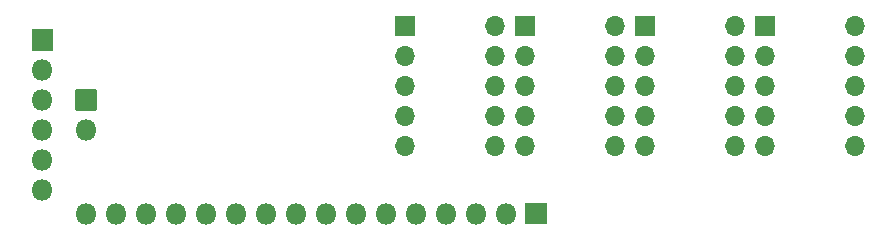
<source format=gbr>
%TF.GenerationSoftware,KiCad,Pcbnew,5.1.9-73d0e3b20d~88~ubuntu20.04.1*%
%TF.CreationDate,2021-03-07T16:47:50-05:00*%
%TF.ProjectId,hexdisplay16,68657864-6973-4706-9c61-7931362e6b69,rev?*%
%TF.SameCoordinates,Original*%
%TF.FileFunction,Soldermask,Bot*%
%TF.FilePolarity,Negative*%
%FSLAX46Y46*%
G04 Gerber Fmt 4.6, Leading zero omitted, Abs format (unit mm)*
G04 Created by KiCad (PCBNEW 5.1.9-73d0e3b20d~88~ubuntu20.04.1) date 2021-03-07 16:47:50*
%MOMM*%
%LPD*%
G01*
G04 APERTURE LIST*
%ADD10O,1.701600X1.701600*%
%ADD11O,1.801600X1.801600*%
G04 APERTURE END LIST*
D10*
%TO.C,J2*%
X136840000Y-124100000D03*
X129220000Y-134260000D03*
X136840000Y-126640000D03*
X129220000Y-131720000D03*
X136840000Y-129180000D03*
X129220000Y-129180000D03*
X136840000Y-131720000D03*
X129220000Y-126640000D03*
X136840000Y-134260000D03*
G36*
G01*
X128369200Y-124900000D02*
X128369200Y-123300000D01*
G75*
G02*
X128420000Y-123249200I50800J0D01*
G01*
X130020000Y-123249200D01*
G75*
G02*
X130070800Y-123300000I0J-50800D01*
G01*
X130070800Y-124900000D01*
G75*
G02*
X130020000Y-124950800I-50800J0D01*
G01*
X128420000Y-124950800D01*
G75*
G02*
X128369200Y-124900000I0J50800D01*
G01*
G37*
%TD*%
%TO.C,J6*%
G36*
G01*
X119150000Y-139099200D02*
X120850000Y-139099200D01*
G75*
G02*
X120900800Y-139150000I0J-50800D01*
G01*
X120900800Y-140850000D01*
G75*
G02*
X120850000Y-140900800I-50800J0D01*
G01*
X119150000Y-140900800D01*
G75*
G02*
X119099200Y-140850000I0J50800D01*
G01*
X119099200Y-139150000D01*
G75*
G02*
X119150000Y-139099200I50800J0D01*
G01*
G37*
D11*
X117460000Y-140000000D03*
X114920000Y-140000000D03*
X112380000Y-140000000D03*
X109840000Y-140000000D03*
X107300000Y-140000000D03*
X104760000Y-140000000D03*
X102220000Y-140000000D03*
X99680000Y-140000000D03*
X97140000Y-140000000D03*
X94600000Y-140000000D03*
X92060000Y-140000000D03*
X89520000Y-140000000D03*
X86980000Y-140000000D03*
X84440000Y-140000000D03*
X81900000Y-140000000D03*
%TD*%
%TO.C,J1*%
G36*
G01*
X138529200Y-124900000D02*
X138529200Y-123300000D01*
G75*
G02*
X138580000Y-123249200I50800J0D01*
G01*
X140180000Y-123249200D01*
G75*
G02*
X140230800Y-123300000I0J-50800D01*
G01*
X140230800Y-124900000D01*
G75*
G02*
X140180000Y-124950800I-50800J0D01*
G01*
X138580000Y-124950800D01*
G75*
G02*
X138529200Y-124900000I0J50800D01*
G01*
G37*
D10*
X147000000Y-134260000D03*
X139380000Y-126640000D03*
X147000000Y-131720000D03*
X139380000Y-129180000D03*
X147000000Y-129180000D03*
X139380000Y-131720000D03*
X147000000Y-126640000D03*
X139380000Y-134260000D03*
X147000000Y-124100000D03*
%TD*%
%TO.C,J3*%
G36*
G01*
X118209200Y-124900000D02*
X118209200Y-123300000D01*
G75*
G02*
X118260000Y-123249200I50800J0D01*
G01*
X119860000Y-123249200D01*
G75*
G02*
X119910800Y-123300000I0J-50800D01*
G01*
X119910800Y-124900000D01*
G75*
G02*
X119860000Y-124950800I-50800J0D01*
G01*
X118260000Y-124950800D01*
G75*
G02*
X118209200Y-124900000I0J50800D01*
G01*
G37*
X126680000Y-134260000D03*
X119060000Y-126640000D03*
X126680000Y-131720000D03*
X119060000Y-129180000D03*
X126680000Y-129180000D03*
X119060000Y-131720000D03*
X126680000Y-126640000D03*
X119060000Y-134260000D03*
X126680000Y-124100000D03*
%TD*%
%TO.C,J4*%
X116520000Y-124100000D03*
X108900000Y-134260000D03*
X116520000Y-126640000D03*
X108900000Y-131720000D03*
X116520000Y-129180000D03*
X108900000Y-129180000D03*
X116520000Y-131720000D03*
X108900000Y-126640000D03*
X116520000Y-134260000D03*
G36*
G01*
X108049200Y-124900000D02*
X108049200Y-123300000D01*
G75*
G02*
X108100000Y-123249200I50800J0D01*
G01*
X109700000Y-123249200D01*
G75*
G02*
X109750800Y-123300000I0J-50800D01*
G01*
X109750800Y-124900000D01*
G75*
G02*
X109700000Y-124950800I-50800J0D01*
G01*
X108100000Y-124950800D01*
G75*
G02*
X108049200Y-124900000I0J50800D01*
G01*
G37*
%TD*%
%TO.C,J5*%
G36*
G01*
X80999200Y-131230000D02*
X80999200Y-129530000D01*
G75*
G02*
X81050000Y-129479200I50800J0D01*
G01*
X82750000Y-129479200D01*
G75*
G02*
X82800800Y-129530000I0J-50800D01*
G01*
X82800800Y-131230000D01*
G75*
G02*
X82750000Y-131280800I-50800J0D01*
G01*
X81050000Y-131280800D01*
G75*
G02*
X80999200Y-131230000I0J50800D01*
G01*
G37*
D11*
X81900000Y-132920000D03*
%TD*%
%TO.C,J7*%
G36*
G01*
X77299200Y-126150000D02*
X77299200Y-124450000D01*
G75*
G02*
X77350000Y-124399200I50800J0D01*
G01*
X79050000Y-124399200D01*
G75*
G02*
X79100800Y-124450000I0J-50800D01*
G01*
X79100800Y-126150000D01*
G75*
G02*
X79050000Y-126200800I-50800J0D01*
G01*
X77350000Y-126200800D01*
G75*
G02*
X77299200Y-126150000I0J50800D01*
G01*
G37*
X78200000Y-127840000D03*
X78200000Y-130380000D03*
X78200000Y-132920000D03*
X78200000Y-135460000D03*
X78200000Y-138000000D03*
%TD*%
M02*

</source>
